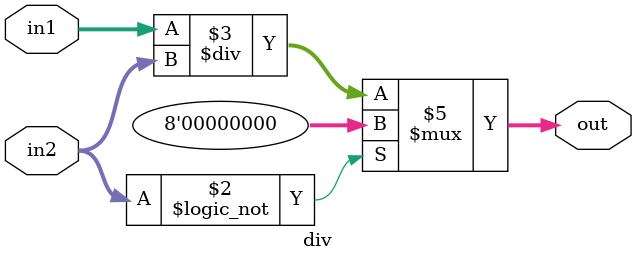
<source format=v>
module div (in1,in2,out);
    input[3:0] in1;
    input [3:0] in2;
    output reg[7:0] out;
    always @* begin
        if(in2==0)out=0;
        else out=in1/in2;
    end
    
endmodule
</source>
